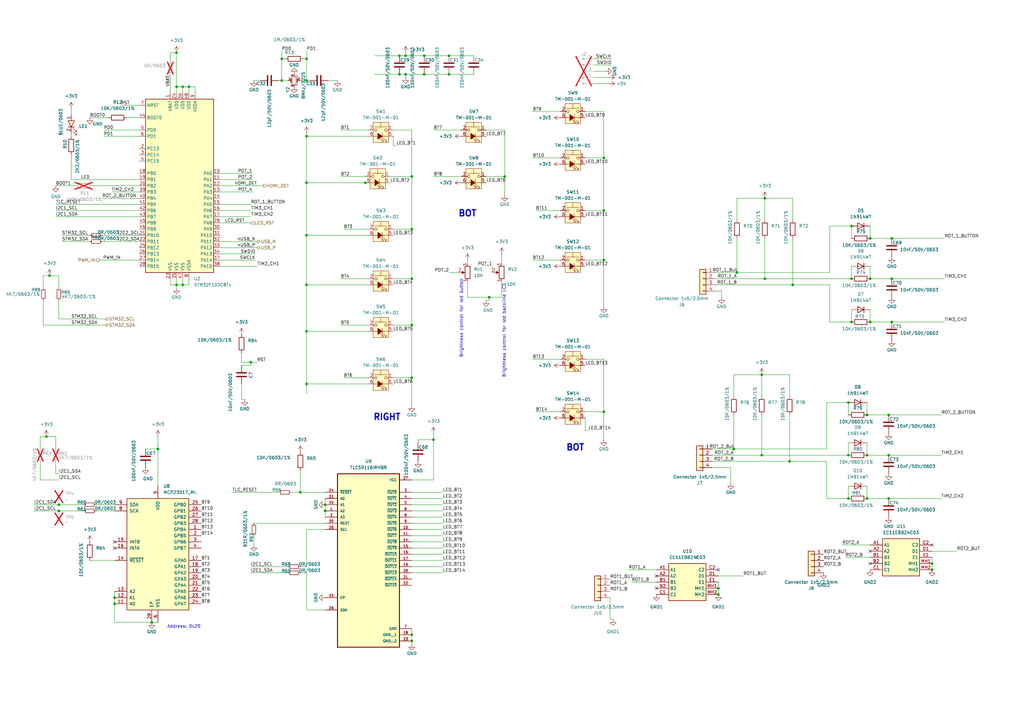
<source format=kicad_sch>
(kicad_sch (version 20231120) (generator "eeschema") (generator_version "8.0")
  (paper "A3")
  (junction (at 166.37 22.86))
  (junction (at 168.91 133.35))
  (junction (at 294.64 241.3))
  (junction (at 74.93 116.84))
  (junction (at 247.65 168.91))
  (junction (at 347.98 204.47))
  (junction (at 349.25 114.3))
  (junction (at 125.73 55.88))
  (junction (at 347.98 186.69))
  (junction (at 355.6 186.69))
  (junction (at 125.73 74.93))
  (junction (at 163.83 22.86))
  (junction (at 325.12 116.84))
  (junction (at 74.93 35.56))
  (junction (at 349.25 132.08))
  (junction (at 356.87 114.3))
  (junction (at 347.98 165.1))
  (junction (at 125.73 157.48))
  (junction (at 173.99 30.48))
  (junction (at 125.73 135.89))
  (junction (at 173.99 22.86))
  (junction (at 200.66 121.92))
  (junction (at 294.64 243.84))
  (junction (at 133.35 207.01))
  (junction (at 168.91 72.39))
  (junction (at 62.23 255.27))
  (junction (at 365.76 114.3))
  (junction (at 125.73 33.02))
  (junction (at 149.86 74.93))
  (junction (at 300.99 184.15))
  (junction (at 102.87 148.59))
  (junction (at 382.27 231.14))
  (junction (at 46.99 247.65))
  (junction (at 313.69 81.28))
  (junction (at 364.49 170.18))
  (junction (at 125.73 116.84))
  (junction (at 115.57 33.02))
  (junction (at 125.73 96.52))
  (junction (at 382.27 233.68))
  (junction (at 46.99 245.11))
  (junction (at 356.87 97.79))
  (junction (at 72.39 35.56))
  (junction (at 313.69 114.3))
  (junction (at 123.19 201.93))
  (junction (at 364.49 204.47))
  (junction (at 166.37 30.48))
  (junction (at 364.49 186.69))
  (junction (at 247.65 64.77))
  (junction (at 24.13 209.55))
  (junction (at 72.39 21.59))
  (junction (at 168.91 114.3))
  (junction (at 355.6 170.18))
  (junction (at 302.26 111.76))
  (junction (at 168.91 260.35))
  (junction (at 19.05 179.07))
  (junction (at 184.15 30.48))
  (junction (at 365.76 132.08))
  (junction (at 355.6 204.47))
  (junction (at 168.91 154.94))
  (junction (at 184.15 22.86))
  (junction (at 207.01 72.39))
  (junction (at 125.73 24.13))
  (junction (at 177.8 180.34))
  (junction (at 247.65 86.36))
  (junction (at 24.13 207.01))
  (junction (at 133.35 209.55))
  (junction (at 64.77 184.15))
  (junction (at 356.87 132.08))
  (junction (at 72.39 116.84))
  (junction (at 247.65 106.68))
  (junction (at 323.85 189.23))
  (junction (at 312.42 153.67))
  (junction (at 163.83 30.48))
  (junction (at 365.76 97.79))
  (junction (at 115.57 24.13))
  (junction (at 349.25 92.71))
  (junction (at 20.32 113.03))
  (junction (at 168.91 93.98))
  (junction (at 77.47 35.56))
  (junction (at 312.42 186.69))
  (junction (at 168.91 262.89))
  (no_connect (at 46.99 224.79))
  (no_connect (at 46.99 222.25))
  (no_connect (at 382.27 223.52))
  (no_connect (at 285.75 228.6))
  (no_connect (at 356.87 231.14))
  (no_connect (at 269.24 241.3))
  (no_connect (at 294.64 233.68))
  (no_connect (at 356.87 226.06))
  (no_connect (at 269.24 236.22))
  (wire (pts (xy 300.99 162.56) (xy 300.99 153.67)))
  (wire (pts (xy 29.21 44.45) (xy 29.21 46.99)))
  (wire (pts (xy 356.87 127) (xy 356.87 132.08)))
  (wire (pts (xy 243.84 31.75) (xy 249.555 31.75)))
  (wire (pts (xy 16.51 184.15) (xy 16.51 179.07)))
  (wire (pts (xy 295.91 119.38) (xy 295.91 121.92)))
  (wire (pts (xy 168.91 154.94) (xy 168.91 166.37)))
  (wire (pts (xy 346.71 228.6) (xy 356.87 228.6)))
  (wire (pts (xy 355.6 170.18) (xy 364.49 170.18)))
  (wire (pts (xy 247.65 86.36) (xy 240.03 86.36)))
  (wire (pts (xy 139.7 114.3) (xy 151.13 114.3)))
  (wire (pts (xy 168.91 217.17) (xy 181.61 217.17)))
  (wire (pts (xy 356.87 114.3) (xy 365.76 114.3)))
  (wire (pts (xy 161.29 133.35) (xy 168.91 133.35)))
  (wire (pts (xy 74.93 35.56) (xy 72.39 35.56)))
  (wire (pts (xy 312.42 186.69) (xy 347.98 186.69)))
  (wire (pts (xy 218.44 106.68) (xy 229.87 106.68)))
  (wire (pts (xy 295.91 119.38) (xy 293.37 119.38)))
  (wire (pts (xy 102.87 234.95) (xy 118.11 234.95)))
  (wire (pts (xy 72.39 114.3) (xy 72.39 116.84)))
  (wire (pts (xy 312.42 170.18) (xy 312.42 186.69)))
  (wire (pts (xy 199.39 123.19) (xy 200.66 123.19)))
  (wire (pts (xy 24.13 196.85) (xy 16.51 196.85)))
  (wire (pts (xy 207.01 53.34) (xy 207.01 72.39)))
  (wire (pts (xy 168.91 224.79) (xy 181.61 224.79)))
  (wire (pts (xy 168.91 72.39) (xy 168.91 93.98)))
  (wire (pts (xy 313.69 81.28) (xy 313.69 90.17)))
  (wire (pts (xy 205.74 121.92) (xy 205.74 115.57)))
  (wire (pts (xy 74.93 38.1) (xy 74.93 35.56)))
  (wire (pts (xy 77.47 114.3) (xy 77.47 116.84)))
  (wire (pts (xy 17.78 133.35) (xy 17.78 123.19)))
  (wire (pts (xy 247.65 64.77) (xy 247.65 86.36)))
  (wire (pts (xy 90.17 99.06) (xy 105.41 99.06)))
  (wire (pts (xy 166.37 30.48) (xy 173.99 30.48)))
  (wire (pts (xy 36.83 229.87) (xy 46.99 229.87)))
  (wire (pts (xy 104.14 33.02) (xy 106.68 33.02)))
  (wire (pts (xy 40.64 106.68) (xy 57.15 106.68)))
  (wire (pts (xy 38.1 76.2) (xy 57.15 76.2)))
  (wire (pts (xy 168.91 133.35) (xy 168.91 154.94)))
  (wire (pts (xy 247.65 106.68) (xy 247.65 125.73)))
  (wire (pts (xy 259.08 238.76) (xy 269.24 238.76)))
  (wire (pts (xy 133.35 209.55) (xy 133.35 212.09)))
  (wire (pts (xy 166.37 30.48) (xy 166.37 31.75)))
  (wire (pts (xy 219.71 86.36) (xy 229.87 86.36)))
  (wire (pts (xy 125.73 96.52) (xy 125.73 116.84)))
  (wire (pts (xy 300.99 184.15) (xy 339.09 184.15)))
  (wire (pts (xy 168.91 234.95) (xy 181.61 234.95)))
  (wire (pts (xy 36.83 48.26) (xy 44.45 48.26)))
  (wire (pts (xy 52.07 48.26) (xy 57.15 48.26)))
  (wire (pts (xy 200.66 121.92) (xy 205.74 121.92)))
  (wire (pts (xy 340.36 132.08) (xy 349.25 132.08)))
  (wire (pts (xy 90.17 101.6) (xy 105.41 101.6)))
  (wire (pts (xy 168.91 229.87) (xy 181.61 229.87)))
  (wire (pts (xy 24.13 118.11) (xy 24.13 113.03)))
  (wire (pts (xy 69.85 21.59) (xy 72.39 21.59)))
  (wire (pts (xy 125.73 74.93) (xy 125.73 96.52)))
  (wire (pts (xy 356.87 92.71) (xy 356.87 97.79)))
  (wire (pts (xy 125.73 55.88) (xy 151.13 55.88)))
  (wire (pts (xy 325.12 81.28) (xy 325.12 90.17)))
  (wire (pts (xy 123.19 232.41) (xy 125.73 232.41)))
  (wire (pts (xy 80.01 38.1) (xy 80.01 35.56)))
  (wire (pts (xy 168.91 154.94) (xy 161.29 154.94)))
  (wire (pts (xy 80.01 35.56) (xy 77.47 35.56)))
  (wire (pts (xy 240.03 64.77) (xy 247.65 64.77)))
  (wire (pts (xy 77.47 38.1) (xy 77.47 35.56)))
  (wire (pts (xy 125.73 234.95) (xy 125.73 250.19)))
  (wire (pts (xy 356.87 109.22) (xy 356.87 114.3)))
  (wire (pts (xy 24.13 207.01) (xy 34.29 207.01)))
  (wire (pts (xy 90.17 78.74) (xy 103.505 78.74)))
  (wire (pts (xy 292.1 186.69) (xy 312.42 186.69)))
  (wire (pts (xy 99.06 163.83) (xy 100.33 163.83)))
  (wire (pts (xy 200.66 123.19) (xy 200.66 121.92)))
  (wire (pts (xy 355.6 186.69) (xy 364.49 186.69)))
  (wire (pts (xy 69.85 30.48) (xy 69.85 38.1)))
  (wire (pts (xy 347.98 165.1) (xy 347.98 170.18)))
  (wire (pts (xy 365.76 132.08) (xy 387.35 132.08)))
  (wire (pts (xy 173.99 30.48) (xy 184.15 30.48)))
  (wire (pts (xy 161.29 114.3) (xy 168.91 114.3)))
  (wire (pts (xy 247.65 168.91) (xy 240.03 168.91)))
  (wire (pts (xy 243.84 26.67) (xy 250.825 26.67)))
  (wire (pts (xy 325.12 116.84) (xy 340.36 116.84)))
  (wire (pts (xy 184.15 22.86) (xy 194.31 22.86)))
  (wire (pts (xy 168.91 93.98) (xy 168.91 114.3)))
  (wire (pts (xy 177.8 180.34) (xy 177.8 196.85)))
  (wire (pts (xy 105.41 148.59) (xy 102.87 148.59)))
  (wire (pts (xy 247.65 147.32) (xy 247.65 168.91)))
  (wire (pts (xy 218.44 45.72) (xy 229.87 45.72)))
  (wire (pts (xy 302.26 97.79) (xy 302.26 111.76)))
  (wire (pts (xy 139.7 133.35) (xy 151.13 133.35)))
  (wire (pts (xy 163.83 30.48) (xy 166.37 30.48)))
  (wire (pts (xy 160.02 72.39) (xy 168.91 72.39)))
  (wire (pts (xy 46.99 245.11) (xy 46.99 247.65)))
  (wire (pts (xy 133.35 204.47) (xy 133.35 207.01)))
  (wire (pts (xy 29.21 54.61) (xy 29.21 55.88)))
  (wire (pts (xy 125.73 135.89) (xy 151.13 135.89)))
  (wire (pts (xy 382.27 226.06) (xy 392.43 226.06)))
  (wire (pts (xy 364.49 170.18) (xy 386.08 170.18)))
  (wire (pts (xy 171.45 181.61) (xy 171.45 180.34)))
  (wire (pts (xy 339.09 184.15) (xy 339.09 165.1)))
  (wire (pts (xy 123.19 33.02) (xy 125.73 33.02)))
  (wire (pts (xy 349.25 109.22) (xy 349.25 114.3)))
  (wire (pts (xy 46.99 247.65) (xy 46.99 255.27)))
  (wire (pts (xy 340.36 92.71) (xy 349.25 92.71)))
  (wire (pts (xy 168.91 257.81) (xy 168.91 260.35)))
  (wire (pts (xy 201.93 109.22) (xy 201.93 111.76)))
  (wire (pts (xy 382.27 231.14) (xy 382.27 233.68)))
  (wire (pts (xy 115.57 24.13) (xy 116.84 24.13)))
  (wire (pts (xy 365.76 97.79) (xy 387.35 97.79)))
  (wire (pts (xy 22.86 184.15) (xy 22.86 179.07)))
  (wire (pts (xy 292.1 189.23) (xy 323.85 189.23)))
  (wire (pts (xy 355.6 181.61) (xy 355.6 186.69)))
  (wire (pts (xy 257.81 233.68) (xy 269.24 233.68)))
  (wire (pts (xy 218.44 64.77) (xy 229.87 64.77)))
  (wire (pts (xy 345.44 223.52) (xy 356.87 223.52)))
  (wire (pts (xy 325.12 97.79) (xy 325.12 116.84)))
  (wire (pts (xy 13.97 209.55) (xy 24.13 209.55)))
  (wire (pts (xy 99.06 157.48) (xy 99.06 163.83)))
  (wire (pts (xy 90.17 73.66) (xy 103.505 73.66)))
  (wire (pts (xy 199.39 53.34) (xy 207.01 53.34)))
  (wire (pts (xy 199.39 72.39) (xy 207.01 72.39)))
  (wire (pts (xy 339.09 204.47) (xy 347.98 204.47)))
  (wire (pts (xy 16.51 196.85) (xy 16.51 189.23)))
  (wire (pts (xy 115.57 20.955) (xy 115.57 24.13)))
  (wire (pts (xy 77.47 116.84) (xy 74.93 116.84)))
  (wire (pts (xy 99.06 148.59) (xy 99.06 144.78)))
  (wire (pts (xy 191.77 115.57) (xy 191.77 121.92)))
  (wire (pts (xy 125.73 24.13) (xy 125.73 33.02)))
  (wire (pts (xy 72.39 35.56) (xy 72.39 38.1)))
  (wire (pts (xy 349.25 92.71) (xy 349.25 97.79)))
  (wire (pts (xy 90.17 106.68) (xy 104.775 106.68)))
  (wire (pts (xy 49.53 43.18) (xy 57.15 43.18)))
  (wire (pts (xy 168.91 214.63) (xy 181.61 214.63)))
  (wire (pts (xy 22.86 88.9) (xy 57.15 88.9)))
  (wire (pts (xy 25.4 99.06) (xy 36.83 99.06)))
  (wire (pts (xy 22.86 179.07) (xy 19.05 179.07)))
  (wire (pts (xy 114.3 33.02) (xy 115.57 33.02)))
  (wire (pts (xy 247.65 45.72) (xy 247.65 64.77)))
  (wire (pts (xy 339.09 165.1) (xy 347.98 165.1)))
  (wire (pts (xy 153.67 22.86) (xy 163.83 22.86)))
  (wire (pts (xy 125.73 116.84) (xy 125.73 135.89)))
  (wire (pts (xy 22.86 86.36) (xy 57.15 86.36)))
  (wire (pts (xy 161.29 55.88) (xy 161.29 59.69)))
  (wire (pts (xy 356.87 97.79) (xy 365.76 97.79)))
  (wire (pts (xy 69.85 114.3) (xy 69.85 116.84)))
  (wire (pts (xy 151.13 74.93) (xy 149.86 74.93)))
  (wire (pts (xy 125.73 96.52) (xy 151.13 96.52)))
  (wire (pts (xy 313.69 81.28) (xy 325.12 81.28)))
  (wire (pts (xy 294.64 238.76) (xy 294.64 241.3)))
  (wire (pts (xy 72.39 116.84) (xy 72.39 118.11)))
  (wire (pts (xy 133.35 207.01) (xy 133.35 209.55)))
  (wire (pts (xy 347.98 199.39) (xy 347.98 204.47)))
  (wire (pts (xy 90.17 83.82) (xy 102.87 83.82)))
  (wire (pts (xy 29.21 63.5) (xy 29.21 73.66)))
  (wire (pts (xy 177.8 177.8) (xy 177.8 180.34)))
  (wire (pts (xy 184.15 111.76) (xy 187.96 111.76)))
  (wire (pts (xy 16.51 179.07) (xy 19.05 179.07)))
  (wire (pts (xy 250.19 254) (xy 251.46 254)))
  (wire (pts (xy 69.85 116.84) (xy 72.39 116.84)))
  (wire (pts (xy 90.17 88.9) (xy 102.87 88.9)))
  (wire (pts (xy 104.14 214.63) (xy 133.35 214.63)))
  (wire (pts (xy 163.83 22.86) (xy 166.37 22.86)))
  (wire (pts (xy 104.14 223.52) (xy 104.14 219.71)))
  (wire (pts (xy 168.91 219.71) (xy 181.61 219.71)))
  (wire (pts (xy 339.09 189.23) (xy 339.09 204.47)))
  (wire (pts (xy 59.69 184.15) (xy 64.77 184.15)))
  (wire (pts (xy 243.84 24.13) (xy 250.825 24.13)))
  (wire (pts (xy 355.6 199.39) (xy 355.6 204.47)))
  (wire (pts (xy 240.03 45.72) (xy 247.65 45.72)))
  (wire (pts (xy 125.73 55.88) (xy 125.73 74.93)))
  (wire (pts (xy 312.42 153.67) (xy 312.42 162.56)))
  (wire (pts (xy 323.85 153.67) (xy 323.85 162.56)))
  (wire (pts (xy 41.91 96.52) (xy 57.15 96.52)))
  (wire (pts (xy 168.91 201.93) (xy 181.61 201.93)))
  (wire (pts (xy 302.26 90.17) (xy 302.26 81.28)))
  (wire (pts (xy 300.99 153.67) (xy 312.42 153.67)))
  (wire (pts (xy 42.545 55.88) (xy 57.15 55.88)))
  (wire (pts (xy 355.6 165.1) (xy 355.6 170.18)))
  (wire (pts (xy 300.99 170.18) (xy 300.99 184.15)))
  (wire (pts (xy 69.85 25.4) (xy 69.85 21.59)))
  (wire (pts (xy 45.72 78.74) (xy 57.15 78.74)))
  (wire (pts (xy 124.46 24.13) (xy 125.73 24.13)))
  (wire (pts (xy 293.37 114.3) (xy 313.69 114.3)))
  (wire (pts (xy 240.03 147.32) (xy 247.65 147.32)))
  (wire (pts (xy 161.29 53.34) (xy 168.91 53.34)))
  (wire (pts (xy 90.17 86.36) (xy 102.87 86.36)))
  (wire (pts (xy 139.7 72.39) (xy 149.86 72.39)))
  (wire (pts (xy 241.3 176.53) (xy 240.03 176.53)))
  (wire (pts (xy 365.76 114.3) (xy 387.35 114.3)))
  (wire (pts (xy 125.73 20.955) (xy 125.73 24.13)))
  (wire (pts (xy 24.13 113.03) (xy 20.32 113.03)))
  (wire (pts (xy 168.91 204.47) (xy 181.61 204.47)))
  (wire (pts (xy 72.39 21.59) (xy 72.39 35.56)))
  (wire (pts (xy 39.37 207.01) (xy 46.99 207.01)))
  (wire (pts (xy 95.25 201.93) (xy 114.3 201.93)))
  (wire (pts (xy 293.37 111.76) (xy 302.26 111.76)))
  (wire (pts (xy 74.93 114.3) (xy 74.93 116.84)))
  (wire (pts (xy 17.78 118.11) (xy 17.78 113.03)))
  (wire (pts (xy 356.87 132.08) (xy 365.76 132.08)))
  (wire (pts (xy 17.78 113.03) (xy 20.32 113.03)))
  (wire (pts (xy 292.1 184.15) (xy 300.99 184.15)))
  (wire (pts (xy 166.37 21.59) (xy 166.37 22.86)))
  (wire (pts (xy 161.29 59.69) (xy 162.56 59.69)))
  (wire (pts (xy 168.91 53.34) (xy 168.91 72.39)))
  (wire (pts (xy 292.1 191.77) (xy 299.72 191.77)))
  (wire (pts (xy 102.87 148.59) (xy 102.87 149.86)))
  (wire (pts (xy 177.8 72.39) (xy 189.23 72.39)))
  (wire (pts (xy 125.73 157.48) (xy 151.13 157.48)))
  (wire (pts (xy 133.35 201.93) (xy 123.19 201.93)))
  (wire (pts (xy 105.41 109.22) (xy 90.17 109.22)))
  (wire (pts (xy 168.91 227.33) (xy 181.61 227.33)))
  (wire (pts (xy 153.67 30.48) (xy 163.83 30.48)))
  (wire (pts (xy 22.86 83.82) (xy 57.15 83.82)))
  (wire (pts (xy 173.99 22.86) (xy 184.15 22.86)))
  (wire (pts (xy 134.62 33.02) (xy 138.43 33.02)))
  (wire (pts (xy 24.13 130.81) (xy 24.13 123.19)))
  (wire (pts (xy 168.91 114.3) (xy 168.91 133.35)))
  (wire (pts (xy 207.01 72.39) (xy 207.01 80.01)))
  (wire (pts (xy 219.71 168.91) (xy 229.87 168.91)))
  (wire (pts (xy 24.13 194.31) (xy 22.86 194.31)))
  (wire (pts (xy 46.99 242.57) (xy 46.99 245.11)))
  (wire (pts (xy 125.73 217.17) (xy 133.35 217.17)))
  (wire (pts (xy 177.8 53.34) (xy 189.23 53.34)))
  (wire (pts (xy 64.77 179.07) (xy 64.77 184.15)))
  (wire (pts (xy 240.03 176.53) (xy 240.03 171.45)))
  (wire (pts (xy 355.6 204.47) (xy 364.49 204.47)))
  (wire (pts (xy 243.84 29.21) (xy 248.285 29.21)))
  (wire (pts (xy 382.27 228.6) (xy 382.27 231.14)))
  (wire (pts (xy 140.97 154.94) (xy 151.13 154.94)))
  (wire (pts (xy 41.91 81.28) (xy 57.15 81.28)))
  (wire (pts (xy 323.85 189.23) (xy 339.09 189.23)))
  (wire (pts (xy 39.37 209.55) (xy 46.99 209.55)))
  (wire (pts (xy 119.38 201.93) (xy 123.19 201.93)))
  (wire (pts (xy 77.47 35.56) (xy 74.93 35.56)))
  (wire (pts (xy 42.545 53.34) (xy 57.15 53.34)))
  (wire (pts (xy 168.91 262.89) (xy 168.91 264.16)))
  (wire (pts (xy 240.03 106.68) (xy 247.65 106.68)))
  (wire (pts (xy 168.91 207.01) (xy 181.61 207.01)))
  (wire (pts (xy 90.17 71.12) (xy 103.505 71.12)))
  (wire (pts (xy 313.69 97.79) (xy 313.69 114.3)))
  (wire (pts (xy 168.91 260.35) (xy 168.91 262.89)))
  (wire (pts (xy 125.73 116.84) (xy 151.13 116.84)))
  (wire (pts (xy 123.19 234.95) (xy 125.73 234.95)))
  (wire (pts (xy 25.4 96.52) (xy 36.83 96.52)))
  (wire (pts (xy 302.26 81.28) (xy 313.69 81.28)))
  (wire (pts (xy 139.7 53.34) (xy 151.13 53.34)))
  (wire (pts (xy 168.91 222.25) (xy 181.61 222.25)))
  (wire (pts (xy 140.97 93.98) (xy 151.13 93.98)))
  (wire (pts (xy 64.77 255.27) (xy 62.23 255.27)))
  (wire (pts (xy 90.17 104.14) (xy 104.775 104.14)))
  (wire (pts (xy 115.57 33.02) (xy 118.11 33.02)))
  (wire (pts (xy 41.91 99.06) (xy 57.15 99.06)))
  (wire (pts (xy 125.73 54.61) (xy 125.73 55.88)))
  (wire (pts (xy 125.73 157.48) (xy 125.73 161.29)))
  (wire (pts (xy 294.64 236.22) (xy 304.8 236.22)))
  (wire (pts (xy 340.36 111.76) (xy 340.36 92.71)))
  (wire (pts (xy 90.17 76.2) (xy 107.95 76.2)))
  (wire (pts (xy 125.73 135.89) (xy 125.73 157.48)))
  (wire (pts (xy 125.73 33.02) (xy 127 33.02)))
  (wire (pts (xy 64.77 184.15) (xy 64.77 199.39)))
  (wire (pts (xy 17.78 133.35) (xy 43.18 133.35)))
  (wire (pts (xy 293.37 116.84) (xy 325.12 116.84)))
  (wire (pts (xy 102.87 148.59) (xy 99.06 148.59)))
  (wire (pts (xy 168.91 196.85) (xy 177.8 196.85)))
  (wire (pts (xy 243.84 34.29) (xy 249.555 34.29)))
  (wire (pts (xy 294.64 241.3) (xy 294.64 243.84)))
  (wire (pts (xy 115.57 24.13) (xy 115.57 33.02)))
  (wire (pts (xy 340.36 116.84) (xy 340.36 132.08)))
  (wire (pts (xy 24.13 209.55) (xy 34.29 209.55)))
  (wire (pts (xy 184.15 30.48) (xy 194.31 30.48)))
  (wire (pts (xy 313.69 114.3) (xy 349.25 114.3)))
  (wire (pts (xy 171.45 180.34) (xy 177.8 180.34)))
  (wire (pts (xy 22.86 194.31) (xy 22.86 189.23)))
  (wire (pts (xy 218.44 147.32) (xy 229.87 147.32)))
  (wire (pts (xy 299.72 191.77) (xy 299.72 198.12)))
  (wire (pts (xy 166.37 22.86) (xy 173.99 22.86)))
  (wire (pts (xy 74.93 116.84) (xy 72.39 116.84)))
  (wire (pts (xy 102.87 232.41) (xy 118.11 232.41)))
  (wire (pts (xy 250.19 245.11) (xy 250.19 254)))
  (wire (pts (xy 349.25 127) (xy 349.25 132.08)))
  (wire (pts (xy 168.91 232.41) (xy 181.61 232.41)))
  (wire (pts (xy 123.19 193.04) (xy 123.19 201.93)))
  (wire (pts (xy 191.77 121.92) (xy 200.66 121.92)))
  (wire (pts (xy 22.86 76.2) (xy 30.48 76.2)))
  (wire (pts (xy 168.91 209.55) (xy 181.61 209.55)))
  (wire (pts (xy 323.85 170.18) (xy 323.85 189.23)))
  (wire (pts (xy 13.97 207.01) (xy 24.13 207.01)))
  (wire (pts (xy 168.91 93.98) (xy 161.29 93.98)))
  (wire (pts (xy 247.65 86.36) (xy 247.65 106.68)))
  (wire (pts (xy 302.26 111.76) (xy 340.36 111.76)))
  (wire (pts (xy 125.73 74.93) (xy 149.86 74.93)))
  (wire (pts (xy 125.73 250.19) (xy 133.35 250.19)))
  (wire (pts (xy 247.65 168.91) (xy 247.65 180.34)))
  (wire (pts (xy 205.74 104.14) (xy 205.74 107.95)))
  (wire (pts (xy 312.42 153.67) (xy 323.85 153.67)))
  (wire (pts (xy 364.49 204.47) (xy 386.08 204.47)))
  (wire (pts (xy 168.91 212.09) (xy 181.61 212.09)))
  (wire (pts (xy 102.87 149.86) (xy 99.06 149.86)))
  (wire (pts (xy 62.23 255.27) (xy 46.99 255.27)))
  (wire (pts (xy 191.77 107.95) (xy 191.77 106.68)))
  (wire (pts (xy 24.13 130.81) (xy 43.18 130.81)))
  (wire (pts (xy 29.21 73.66) (xy 57.15 73.66)))
  (wire (pts (xy 364.49 186.69) (xy 386.08 186.69)))
  (wire (pts (xy 90.17 91.44) (xy 102.87 91.44)))
  (wire (pts (xy 125.73 232.41) (xy 125.73 217.17)))
  (wire (pts (xy 347.98 181.61) (xy 347.98 186.69)))
  (text "Brightness control for led backline LCD" (at 206.756 135.636 90) (effects (font (size 1.27 1.27))))
  (text "Brightness control for led button" (at 189.23 130.556 90) (effects (font (size 1.27 1.27))))
  (text "BOT\n" (at 191.77 87.63 0) (effects (font (size 2.54 2.54) (thickness 0.508) (bold yes))))
  (text "RIGHT" (at 158.75 171.196 0) (effects (font (size 2.54 2.54) (thickness 0.508) (bold yes))))
  (text "Address: 0x20" (at 75.438 257.048 0) (effects (font (size 1.27 1.27))))
  (text "BOT\n" (at 235.966 183.642 0) (effects (font (size 2.54 2.54) (thickness 0.508) (bold yes))))
  (label "HDMI_DET" (at 105.41 76.2 180))
  (label "BT12" (at 82.55 214.63 0))
  (label "LED_BT9" (at 181.61 222.25 0))
  (label "ROT2_A" (at 337.82 229.87 0))
  (label "LED" (at 36.83 73.66 180))
  (label "I2C2_SCL" (at 48.26 96.52 0))
  (label "ROT1_BUT" (at 304.8 236.22 0))
  (label "TIM3_CH2" (at 102.87 88.9 0))
  (label "BT2" (at 82.55 232.41 0))
  (label "PWM_IN" (at 49.53 106.68 180))
  (label "TIM2_CH2" (at 386.08 204.47 0))
  (label "LED_BT5" (at 161.29 135.89 0))
  (label "BT9" (at 82.55 207.01 0))
  (label "LED_BT11" (at 181.61 227.33 0))
  (label "LED_BT6" (at 161.29 157.48 0))
  (label "LED_BT7" (at 181.61 217.17 0))
  (label "LED_BT1" (at 162.56 59.69 0))
  (label "BT7" (at 82.55 245.11 0))
  (label "LCD_RST" (at 100.33 91.44 180))
  (label "ROT2_A" (at 345.44 223.52 0))
  (label "I2C1_SDA" (at 102.87 234.95 0))
  (label "STM32_SDA" (at 25.4 99.06 0))
  (label "BT11" (at 219.71 86.36 0))
  (label "BT4" (at 82.55 237.49 0))
  (label "BT1" (at 139.7 53.34 0))
  (label "LED_BT8" (at 181.61 219.71 0))
  (label "LED_BT4" (at 181.61 209.55 0))
  (label "PD0" (at 115.57 20.955 0))
  (label "ROT_2_BUTTON" (at 41.91 81.28 0))
  (label "LED_BT4" (at 161.29 116.84 0))
  (label "LED_BT12" (at 181.61 229.87 0))
  (label "STM32_SDA" (at 29.21 133.35 0))
  (label "PD1" (at 42.545 55.88 0))
  (label "ROT_2_But" (at 300.99 184.15 180))
  (label "RST" (at 49.53 43.18 0))
  (label "ROT_1_BUTTON" (at 387.35 97.79 0))
  (label "BT1" (at 82.55 229.87 0))
  (label "I2C1_SDA" (at 22.86 88.9 0))
  (label "TLC_RESET" (at 95.25 201.93 0))
  (label "SWCLK" (at 104.775 106.68 180))
  (label "TIM3_CH1" (at 102.87 86.36 0))
  (label "ROT1_A" (at 250.19 240.03 0))
  (label "ROT1_B" (at 250.19 242.57 0))
  (label "LED_BT13" (at 240.03 149.86 0))
  (label "BT14" (at 219.71 168.91 0))
  (label "LED_BT1" (at 181.61 201.93 0))
  (label "ROT2_BUT" (at 337.82 227.33 0))
  (label "LED_BT7" (at 199.39 55.88 0))
  (label "ROT_2_A" (at 300.99 186.69 180))
  (label "ROT1_B" (at 259.08 238.76 0))
  (label "PD0" (at 42.545 53.34 0))
  (label "ROT1_BUT" (at 250.19 237.49 0))
  (label "TIM2_CH1" (at 386.08 186.69 0))
  (label "SWCLK" (at 250.825 24.13 180))
  (label "BT13" (at 218.44 147.32 0))
  (label "I2C1_SDA" (at 24.13 194.31 0))
  (label "LED_BT13" (at 181.61 232.41 0))
  (label "nUSB_P" (at 104.775 101.6 180))
  (label "LED_BT9" (at 240.03 48.26 0))
  (label "BT6" (at 82.55 242.57 0))
  (label "BT9" (at 218.44 45.72 0))
  (label "ROT_1_But" (at 302.26 111.76 180))
  (label "ROT_2_B" (at 300.99 189.23 180))
  (label "ROT2_B" (at 337.82 232.41 0))
  (label "ROT_1_BUTTON" (at 102.87 83.82 0))
  (label "nUSB_N" (at 104.775 99.06 180))
  (label "LED_BT5" (at 181.61 212.09 0))
  (label "BOOT1" (at 22.86 76.2 0))
  (label "TIM2_CH2" (at 45.72 78.74 0))
  (label "ROT_1_B" (at 302.26 116.84 180))
  (label "BT10" (at 82.55 209.55 0))
  (label "POT_2" (at 184.15 111.76 180))
  (label "TIM2_CH1" (at 105.41 109.22 0))
  (label "LED_BT2" (at 181.61 204.47 0))
  (label "TIM3_CH2" (at 387.35 132.08 0))
  (label "ROT_2_BUTTON" (at 386.08 170.18 0))
  (label "LED_BT10" (at 181.61 224.79 0))
  (label "BT8" (at 82.55 247.65 0))
  (label "LED_BT14" (at 181.61 234.95 0))
  (label "BT14" (at 82.55 219.71 0))
  (label "BT7" (at 177.8 53.34 0))
  (label "I2C1_SCL" (at 22.86 86.36 0))
  (label "POT_2" (at 103.505 73.66 180))
  (label "BT11" (at 82.55 212.09 0))
  (label "LED_BT6" (at 181.61 214.63 0))
  (label "SWDIO" (at 250.825 26.67 180))
  (label "ROT2_BUT" (at 392.43 226.06 0))
  (label "RST" (at 105.41 148.59 0))
  (label "BT5" (at 139.7 133.35 0))
  (label "BT3" (at 140.97 93.98 0))
  (label "I2C1_SCL" (at 24.13 196.85 0))
  (label "SWDIO" (at 104.775 104.14 180))
  (label "BOOT0" (at 36.83 48.26 0))
  (label "LED_BT10" (at 240.03 67.31 0))
  (label "I2C1_SDA" (at 13.97 207.01 0))
  (label "BT3" (at 82.55 234.95 0))
  (label "BT8" (at 177.8 72.39 0))
  (label "LED_BT3" (at 161.29 96.52 0))
  (label "BT10" (at 218.44 64.77 0))
  (label "STM32_SCL" (at 25.4 96.52 0))
  (label "BT6" (at 140.97 154.94 0))
  (label "POT_1" (at 201.93 109.22 180))
  (label "LED_BT11" (at 240.03 88.9 0))
  (label "TLC_RESET" (at 22.86 83.82 0))
  (label "POT_1" (at 103.505 71.12 180))
  (label "BT13" (at 82.55 217.17 0))
  (label "BT5" (at 82.55 240.03 0))
  (label "POT_4" (at 103.505 78.74 180))
  (label "BT4" (at 139.7 114.3 0))
  (label "BT12" (at 218.44 106.68 0))
  (label "BT2" (at 139.7 72.39 0))
  (label "ROT2_B" (at 346.71 228.6 0))
  (label "I2C2_SDA" (at 48.26 99.06 0))
  (label "VBAT" (at 69.85 35.56 90))
  (label "I2C1_SCL" (at 102.87 232.41 0))
  (label "LED_BT3" (at 181.61 207.01 0))
  (label "LED_BT8" (at 199.39 74.93 0))
  (label "TIM3_CH1" (at 387.35 114.3 0))
  (label "ROT1_A" (at 257.81 233.68 0))
  (label "LED_BT14" (at 241.3 176.53 0))
  (label "LED_BT2" (at 160.02 74.93 0))
  (label "PD1" (at 125.73 20.955 0))
  (label "STM32_SCL" (at 29.21 130.81 0))
  (label "I2C1_SCL" (at 13.97 209.55 0))
  (label "ROT_1_A" (at 302.26 114.3 180))
  (label "LED_BT12" (at 240.03 109.22 0))
  (hierarchical_label "STM32_SDA" (shape bidirectional) (at 43.18 133.35 0))
  (hierarchical_label "PWM_IN" (shape output) (at 40.64 106.68 180))
  (hierarchical_label "STM32_SCL" (shape bidirectional) (at 43.18 130.81 0))
  (hierarchical_label "USB_P" (shape bidirectional) (at 105.41 101.6 0))
  (hierarchical_label "HDMI_DET" (shape output) (at 107.95 76.2 0))
  (hierarchical_label "LCD_RST" (shape input) (at 102.87 91.44 0))
  (hierarchical_label "USB_N" (shape bidirectional) (at 105.41 99.06 0))
  (symbol (lib_id "power:+3V3") (at 229.87 48.26 90) (unit 1)
    (property "Reference" "#PWR0114" (effects (hide yes)))
    (property "Value" "+3V3" (at 226.06 48.2599 90) (effects (justify left)))
    (property "Description" "Power symbol creates a global label with name \"+3V3\"" (effects (hide yes)))
  )
  (symbol (lib_id "power:GND2") (at 337.82 234.95 0) (unit 1)
    (property "Reference" "#PWR0134" (effects (hide yes)))
    (property "Value" "GND2" (at 337.82 240.03 0))
    (property "Description" "Power symbol creates a global label with name \"GND2\" , ground" (effects (hide yes)))
  )
  (symbol (lib_id "power:GND") (at 207.01 80.01 0) (unit 1)
    (property "Reference" "#PWR099" (effects (hide yes)))
    (property "Value" "GND" (at 207.01 83.82 0))
  )
  (symbol (lib_id "USBCtoMIPI:SW_Push_LED") (at 154.94 74.93 0) (mirror y) (unit 1)
    (property "Reference" "SW2" (at 154.94 64.77 0))
    (property "Value" "TM-001-M-01" (at 154.94 67.31 0))
    (property "Footprint" "USBToMIPI:SW_Push_LED" (effects (hide yes)))
    (property "Description" "Push button switch with LED, generic" (effects (hide yes)))
    (property "JLCPCB" "C692524" (effects (hide yes)))
  )
  (symbol (lib_id "Device:C") (at 110.49 33.02 270) (unit 1)
    (property "Reference" "C32" (at 105.156 34.29 90) (effects (justify left)))
    (property "Value" "12pF/50V/0603" (at 110.49 36.576 0) (effects (justify left)))
    (property "Footprint" "Capacitor_SMD:C_0603_1608Metric" (effects (hide yes)))
    (property "Description" "Unpolarized capacitor" (effects (hide yes)))
    (property "JLCPCB" "C107034" (effects (hide yes)))
  )
  (symbol (lib_id "Device:R") (at 351.79 186.69 270) (unit 1)
    (property "Reference" "R80" (at 353.822 184.15 90) (effects (justify right)))
    (property "Value" "10K/0603/1%" (at 358.14 189.484 90) (effects (justify right)))
    (property "Footprint" "Resistor_SMD:R_0603_1608Metric" (effects (hide yes)))
    (property "Description" "Resistor" (effects (hide yes)))
    (property "JLCPCB" "C2906982" (effects (hide yes)))
  )
  (symbol (lib_id "power:+3V3") (at 229.87 149.86 90) (unit 1)
    (property "Reference" "#PWR0127" (effects (hide yes)))
    (property "Value" "+3V3" (at 226.06 149.8599 90) (effects (justify left)))
    (property "Description" "Power symbol creates a global label with name \"+3V3\"" (effects (hide yes)))
  )
  (symbol (lib_id "Device:C") (at 171.45 185.42 0) (unit 1)
    (property "Reference" "C68" (at 171.704 183.388 0) (effects (justify left)))
    (property "Value" "100nF/50V/0603" (at 166.624 195.072 90) (effects (justify left)))
    (property "Footprint" "Capacitor_SMD:C_0603_1608Metric" (effects (hide yes)))
    (property "Description" "Unpolarized capacitor" (effects (hide yes)))
    (property "JLCPCB" "C6119867" (effects (hide yes)))
  )
  (symbol (lib_id "power:+3V3") (at 72.39 21.59 0) (unit 1)
    (property "Reference" "#PWR012" (effects (hide yes)))
    (property "Value" "+3V3" (at 72.39 16.51 0))
    (property "Description" "Power symbol creates a global label with name \"+3V3\"" (effects (hide yes)))
  )
  (symbol (lib_id "USBCtoMIPI:SW_Push_LED") (at 156.21 157.48 0) (mirror y) (unit 1)
    (property "Reference" "SW6" (at 156.21 147.32 0))
    (property "Value" "TM-001-M-01" (at 156.21 149.86 0))
    (property "Footprint" "USBToMIPI:SW_Push_LED" (effects (hide yes)))
    (property "Description" "Push button switch with LED, generic" (effects (hide yes)))
    (property "JLCPCB" "C692524" (effects (hide yes)))
  )
  (symbol (lib_id "USBCtoMIPI:SW_Push_LED") (at 234.95 109.22 0) (mirror y) (unit 1)
    (property "Reference" "SW12" (at 234.95 99.06 0))
    (property "Value" "TM-001-M-01" (at 234.95 101.6 0))
    (property "Footprint" "USBToMIPI:SW_Push_LED" (effects (hide yes)))
    (property "Description" "Push button switch with LED, generic" (effects (hide yes)))
    (property "JLCPCB" "C692524" (effects (hide yes)))
  )
  (symbol (lib_id "Device:R_Small") (at 22.86 186.69 0) (unit 1) (dnp yes)
    (property "Reference" "R62" (at 25.654 185.928 0))
    (property "Value" "4K7/0603/1%" (at 30.988 187.706 0))
    (property "Footprint" "Resistor_SMD:R_0603_1608Metric" (effects (hide yes)))
    (property "Description" "Resistor, small symbol" (effects (hide yes)))
    (property "JLCPCB" "C99782" (effects (hide yes)))
  )
  (symbol (lib_id "power:GND") (at 299.72 198.12 0) (mirror y) (unit 1)
    (property "Reference" "#PWR0124" (effects (hide yes)))
    (property "Value" "GND" (at 299.72 201.93 0))
  )
  (symbol (lib_id "Device:R") (at 48.26 48.26 90) (unit 1)
    (property "Reference" "R12" (at 48.26 41.91 90))
    (property "Value" "10K/0603/1%" (at 48.26 44.45 90))
    (property "Footprint" "Resistor_SMD:R_0603_1608Metric" (effects (hide yes)))
    (property "Description" "Resistor" (effects (hide yes)))
    (property "JLCPCB" "C2906982" (effects (hide yes)))
  )
  (symbol (lib_id "power:GND1") (at 269.24 243.84 0) (unit 1)
    (property "Reference" "#PWR0133" (effects (hide yes)))
    (property "Value" "GND1" (at 269.24 248.92 0))
    (property "Description" "Power symbol creates a global label with name \"GND1\" , ground" (effects (hide yes)))
  )
  (symbol (lib_id "power:+3V3") (at 313.69 81.28 0) (unit 1)
    (property "Reference" "#PWR0116" (effects (hide yes)))
    (property "Value" "+3V3" (at 313.69 76.2 0))
    (property "Description" "Power symbol creates a global label with name \"+3V3\"" (effects (hide yes)))
  )
  (symbol (lib_id "power:GND") (at 295.91 121.92 0) (mirror y) (unit 1)
    (property "Reference" "#PWR0115" (effects (hide yes)))
    (property "Value" "GND" (at 295.91 125.73 0))
  )
  (symbol (lib_id "Diode:1N914WT") (at 351.79 181.61 180) (unit 1)
    (property "Reference" "D9" (at 351.79 175.26 0))
    (property "Value" "1N914WT" (at 351.79 177.8 0))
    (property "Footprint" "Diode_SMD:D_SOD-523" (effects (hide yes)))
    (property "Datasheet" "http://www.mouser.com/ds/2/149/1N4148WT-461550.pdf" (effects (hide yes)))
    (property "Description" "75V 0.15A Fast switching Diode, SOD-523" (effects (hide yes)))
    (property "Sim.Device" "D" (effects (hide yes)))
    (property "Sim.Pins" "1=K 2=A" (effects (hide yes)))
    (property "JLCPCB" "C2836064" (effects (hide yes)))
  )
  (symbol (lib_id "power:GND") (at 364.49 177.8 0) (mirror y) (unit 1)
    (property "Reference" "#PWR0121" (effects (hide yes)))
    (property "Value" "GND" (at 364.49 181.61 0))
  )
  (symbol (lib_id "Device:R_Small") (at 39.37 96.52 90) (unit 1)
    (property "Reference" "R82" (effects (hide yes)))
    (property "Value" "0R/0603" (at 44.45 95.25 90))
    (property "Footprint" "Resistor_SMD:R_0603_1608Metric" (effects (hide yes)))
    (property "Description" "Resistor, small symbol" (effects (hide yes)))
    (property "JLCPCB" "C21189" (effects (hide yes)))
  )
  (symbol (lib_id "Device:C") (at 130.81 33.02 270) (unit 1)
    (property "Reference" "C33" (at 125.476 34.29 90) (effects (justify left)))
    (property "Value" "12pF/50V/0603" (at 132.588 34.036 0) (effects (justify left)))
    (property "Footprint" "Capacitor_SMD:C_0603_1608Metric" (effects (hide yes)))
    (property "Description" "Unpolarized capacitor" (effects (hide yes)))
    (property "JLCPCB" "C107034" (effects (hide yes)))
  )
  (symbol (lib_id "Device:R_Small") (at 36.83 209.55 90) (unit 1)
    (property "Reference" "R61" (at 33.528 208.788 90))
    (property "Value" "0R/0603" (at 43.18 208.534 90))
    (property "Footprint" "Resistor_SMD:R_0603_1608Metric" (effects (hide yes)))
    (property "Description" "Resistor, small symbol" (effects (hide yes)))
    (property "JLCPCB" "C21189" (effects (hide yes)))
  )
  (symbol (lib_id "Connector:TestPoint") (at 24.13 207.01 0) (unit 1) (dnp yes)
    (property "Reference" "TP4" (at 26.67 202.4379 0) (effects (justify left)))
    (property "Value" "~" (at 26.67 204.9779 0) (effects (justify left)))
    (property "Footprint" "TestPoint:TestPoint_Pad_D1.0mm" (effects (hide yes)))
    (property "Description" "test point" (effects (hide yes)))
  )
  (symbol (lib_id "power:GND") (at 364.49 194.31 0) (mirror y) (unit 1)
    (property "Reference" "#PWR0122" (effects (hide yes)))
    (property "Value" "GND" (at 364.49 198.12 0))
  )
  (symbol (lib_id "Connector_Generic:Conn_01x04") (at 287.02 186.69 0) (mirror y) (unit 1)
    (property "Reference" "J7" (at 287.02 198.12 0))
    (property "Value" "Connector 1x5/2.5mm" (at 287.02 195.58 0))
    (property "Footprint" "Connector_JST:JST_EH_B4B-EH-A_1x04_P2.50mm_Vertical" (effects (hide yes)))
    (property "Description" "Generic connector, single row, 01x04, script generated (kicad-library-utils/schlib/autogen/connector/)" (effects (hide yes)))
    (property "JLCPCB" "C7429635" (effects (hide yes)))
  )
  (symbol (lib_id "Interface_Expansion:MCP23017_ML") (at 64.77 227.33 0) (unit 1)
    (property "Reference" "U8" (at 66.9641 199.39 0) (effects (justify left)))
    (property "Value" "MCP23017_ML" (at 66.9641 201.93 0) (effects (justify left)))
    (property "Footprint" "Package_DFN_QFN:QFN-28-1EP_6x6mm_P0.65mm_EP4.25x4.25mm" (effects (hide yes)))
    (property "Datasheet" "http://ww1.microchip.com/downloads/en/DeviceDoc/20001952C.pdf" (effects (hide yes)))
    (property "Description" "16-bit I/O expander, I2C, interrupts, w pull-ups, QFN-28" (effects (hide yes)))
    (property "JLCPCB" "C629439" (effects (hide yes)))
  )
  (symbol (lib_id "Device:R_Small") (at 36.83 207.01 90) (unit 1)
    (property "Reference" "R60" (at 33.528 205.994 90))
    (property "Value" "0R/0603" (at 43.18 205.994 90))
    (property "Footprint" "Resistor_SMD:R_0603_1608Metric" (effects (hide yes)))
    (property "Description" "Resistor, small symbol" (effects (hide yes)))
    (property "JLCPCB" "C21189" (effects (hide yes)))
  )
  (symbol (lib_id "Device:C") (at 364.49 173.99 0) (unit 1)
    (property "Reference" "C72" (at 364.744 171.958 0) (effects (justify left)))
    (property "Value" "10nF/50V/0603" (at 367.792 174.752 0) (effects (justify left)))
    (property "Footprint" "Capacitor_SMD:C_0603_1608Metric" (effects (hide yes)))
    (property "Description" "Unpolarized capacitor" (effects (hide yes)))
    (property "JLCPCB" "C57112" (effects (hide yes)))
  )
  (symbol (lib_id "power:GND") (at 59.69 191.77 0) (unit 1)
    (property "Reference" "#PWR0102" (effects (hide yes)))
    (property "Value" "GND" (at 60.706 196.342 0))
  )
  (symbol (lib_id "Diode:1N914WT") (at 351.79 165.1 180) (unit 1)
    (property "Reference" "D8" (at 351.79 158.75 0))
    (property "Value" "1N914WT" (at 351.79 161.29 0))
    (property "Footprint" "Diode_SMD:D_SOD-523" (effects (hide yes)))
    (property "Datasheet" "http://www.mouser.com/ds/2/149/1N4148WT-461550.pdf" (effects (hide yes)))
    (property "Description" "75V 0.15A Fast switching Diode, SOD-523" (effects (hide yes)))
    (property "Sim.Device" "D" (effects (hide yes)))
    (property "Sim.Pins" "1=K 2=A" (effects (hide yes)))
    (property "JLCPCB" "C2836064" (effects (hide yes)))
  )
  (symbol (lib_id "power:+3V3") (at 99.06 137.16 0) (unit 1)
    (property "Reference" "#PWR054" (effects (hide yes)))
    (property "Value" "+3V3" (at 99.06 132.08 0))
    (property "Description" "Power symbol creates a global label with name \"+3V3\"" (effects (hide yes)))
  )
  (symbol (lib_id "Device:C") (at 184.15 26.67 0) (unit 1)
    (property "Reference" "C31" (at 184.404 24.638 0) (effects (justify left)))
    (property "Value" "100nF/50V/0603" (at 179.324 36.322 90) (effects (justify left)))
    (property "Footprint" "Capacitor_SMD:C_0603_1608Metric" (effects (hide yes)))
    (property "Description" "Unpolarized capacitor" (effects (hide yes)))
    (property "JLCPCB" "C6119867" (effects (hide yes)))
  )
  (symbol (lib_id "USBCtoMIPI:SW_Push_LED") (at 234.95 48.26 0) (mirror y) (unit 1)
    (property "Reference" "SW9" (at 234.95 38.1 0))
    (property "Value" "TM-001-M-01" (at 234.95 40.64 0))
    (property "Footprint" "USBToMIPI:SW_Push_LED" (effects (hide yes)))
    (property "Description" "Push button switch with LED, generic" (effects (hide yes)))
    (property "JLCPCB" "C692524" (effects (hide yes)))
  )
  (symbol (lib_id "power:GND") (at 104.14 223.52 0) (unit 1)
    (property "Reference" "#PWR0107" (effects (hide yes)))
    (property "Value" "GND" (at 104.14 227.33 0))
  )
  (symbol (lib_id "power:GND") (at 133.35 207.01 270) (unit 1)
    (property "Reference" "#PWR0106" (effects (hide yes)))
    (property "Value" "GND" (at 129.54 207.01 0))
  )
  (symbol (lib_id "Device:C") (at 364.49 190.5 0) (unit 1)
    (property "Reference" "C73" (at 364.744 188.468 0) (effects (justify left)))
    (property "Value" "10nF/50V/0603" (at 367.792 191.262 0) (effects (justify left)))
    (property "Footprint" "Capacitor_SMD:C_0603_1608Metric" (effects (hide yes)))
    (property "Description" "Unpolarized capacitor" (effects (hide yes)))
    (property "JLCPCB" "C57112" (effects (hide yes)))
  )
  (symbol (lib_id "Device:C") (at 163.83 26.67 0) (unit 1)
    (property "Reference" "C29" (at 164.084 24.638 0) (effects (justify left)))
    (property "Value" "100nF/50V/0603" (at 159.004 36.322 90) (effects (justify left)))
    (property "Footprint" "Capacitor_SMD:C_0603_1608Metric" (effects (hide yes)))
    (property "Description" "Unpolarized capacitor" (effects (hide yes)))
    (property "JLCPCB" "C6119867" (effects (hide yes)))
  )
  (symbol (lib_id "power:+3V3") (at 229.87 88.9 90) (unit 1)
    (property "Reference" "#PWR0126" (effects (hide yes)))
    (property "Value" "+3V3" (at 226.06 88.8999 90) (effects (justify left)))
    (property "Description" "Power symbol creates a global label with name \"+3V3\"" (effects (hide yes)))
  )
  (symbol (lib_id "USBCtoMIPI:SW_Push_LED") (at 234.95 149.86 0) (mirror y) (unit 1)
    (property "Reference" "SW13" (at 234.95 139.7 0))
    (property "Value" "TM-001-M-01" (at 234.95 142.24 0))
    (property "Footprint" "USBToMIPI:SW_Push_LED" (effects (hide yes)))
    (property "Description" "Push button switch with LED, generic" (effects (hide yes)))
    (property "JLCPCB" "C692524" (effects (hide yes)))
  )
  (symbol (lib_id "power:GND2") (at 382.27 233.68 0) (unit 1)
    (property "Reference" "#PWR0136" (effects (hide yes)))
    (property "Value" "GND2" (at 382.27 238.76 0))
    (property "Description" "Power symbol creates a global label with name \"GND2\" , ground" (effects (hide yes)))
  )
  (symbol (lib_id "power:GND") (at 166.37 31.75 0) (unit 1)
    (property "Reference" "#PWR022" (effects (hide yes)))
    (property "Value" "GND" (at 166.37 35.56 0))
  )
  (symbol (lib_id "power:GND") (at 120.65 30.48 180) (unit 1)
    (property "Reference" "#PWR024" (effects (hide yes)))
    (property "Value" "GND" (at 120.65 26.67 0))
  )
  (symbol (lib_id "USBCtoMIPI:SW_Push_LED") (at 156.21 116.84 0) (mirror y) (unit 1)
    (property "Reference" "SW4" (at 156.21 106.68 0))
    (property "Value" "TM-001-M-01" (at 156.21 109.22 0))
    (property "Footprint" "USBToMIPI:SW_Push_LED" (effects (hide yes)))
    (property "Description" "Push button switch with LED, generic" (effects (hide yes)))
    (property "JLCPCB" "C692524" (effects (hide yes)))
  )
  (symbol (lib_id "Device:C") (at 59.69 187.96 0) (unit 1)
    (property "Reference" "C67" (at 59.944 185.928 0) (effects (justify left)))
    (property "Value" "100nF/50V/0603" (at 54.864 197.612 90) (effects (justify left)))
    (property "Footprint" "Capacitor_SMD:C_0603_1608Metric" (effects (hide yes)))
    (property "Description" "Unpolarized capacitor" (effects (hide yes)))
    (property "JLCPCB" "C6119867" (effects (hide yes)))
  )
  (symbol (lib_id "MCU_ST_STM32F1:STM32F103C8Tx") (at 74.93 76.2 0) (unit 1)
    (property "Reference" "U2" (at 79.4894 114.3 0) (effects (justify left)))
    (property "Value" "STM32F103C8Tx" (at 79.4894 116.84 0) (effects (justify left)))
    (property "Footprint" "Package_QFP:LQFP-48_7x7mm_P0.5mm" (effects (hide yes)))
    (property "Datasheet" "http://www.st.com/st-web-ui/static/active/en/resource/technical/document/datasheet/CD00161566.pdf" (effects (hide yes)))
    (property "JLCPCB" "C8734" (effects (hide yes)))
  )
  (symbol (lib_id "power:+3V3") (at 36.83 222.25 0) (unit 1)
    (property "Reference" "#PWR0103" (effects (hide yes)))
    (property "Value" "+3V3" (at 36.83 217.17 0))
    (property "Description" "Power symbol creates a global label with name \"+3V3\"" (effects (hide yes)))
  )
  (symbol (lib_id "power:+3V3") (at 205.74 104.14 0) (unit 1)
    (property "Reference" "#PWR095" (effects (hide yes)))
    (property "Value" "+3V3" (at 205.74 99.06 0))
  )
  (symbol (lib_id "power:+3V3") (at 177.8 177.8 0) (unit 1)
    (property "Reference" "#PWR0110" (effects (hide yes)))
    (property "Value" "+3V3" (at 177.8 172.72 0))
    (property "Description" "Power symbol creates a global label with name \"+3V3\"" (effects (hide yes)))
  )
  (symbol (lib_id "power:GND") (at 168.91 264.16 0) (unit 1)
    (property "Reference" "#PWR0109" (effects (hide yes)))
    (property "Value" "GND" (at 168.91 267.97 0))
  )
  (symbol (lib_id "Device:R_Small") (at 120.65 232.41 90) (unit 1)
    (property "Reference" "R68" (at 117.348 231.394 90))
    (property "Value" "0R/0603" (at 127 231.394 90))
    (property "Footprint" "Resistor_SMD:R_0603_1608Metric" (effects (hide yes)))
    (property "Description" "Resistor, small symbol" (effects (hide yes)))
    (property "JLCPCB" "C21189" (effects (hide yes)))
  )
  (symbol (lib_id "power:GND") (at 100.33 163.83 0) (unit 1)
    (property "Reference" "#PWR053" (effects (hide yes)))
    (property "Value" "GND" (at 100.33 167.64 0))
  )
  (symbol (lib_id "Device:R") (at 323.85 166.37 180) (unit 1)
    (property "Reference" "R78" (at 326.39 165.0999 0) (effects (justify right)))
    (property "Value" "10K/0603/1%" (at 321.056 172.72 90) (effects (justify right)))
    (property "Footprint" "Resistor_SMD:R_0603_1608Metric" (effects (hide yes)))
    (property "Description" "Resistor" (effects (hide yes)))
    (property "JLCPCB" "C2906982" (effects (hide yes)))
  )
  (symbol (lib_id "power:GND") (at 247.65 180.34 0) (unit 1)
    (property "Reference" "#PWR098" (effects (hide yes)))
    (property "Value" "GND" (at 247.65 184.15 0))
  )
  (symbol (lib_id "power:+3V3") (at 29.21 44.45 0) (unit 1)
    (property "Reference" "#PWR014" (effects (hide yes)))
    (property "Value" "+3V3" (at 29.21 39.37 0))
  )
  (symbol (lib_id "Device:R_Potentiometer") (at 191.77 111.76 180) (unit 1)
    (property "Reference" "RV1" (at 194.31 110.4899 0) (effects (justify right)))
    (property "Value" "10K" (at 194.31 113.0299 0) (effects (justify right)))
    (property "Footprint" "USBToMIPI:Potentiometer_Alps_RK09K_Single_Vertical" (effects (hide yes)))
    (property "Description" "Potentiometer" (effects (hide yes)))
    (property "JLCPCB" "C351173" (effects (hide yes)))
  )
  (symbol (lib_id "power:+3V3") (at 249.555 31.75 270) (unit 1)
    (property "Reference" "#PWR019" (effects (hide yes)))
    (property "Value" "+3V3" (at 253.365 31.7499 90) (effects (justify left)))
  )
  (symbol (lib_id "Device:R") (at 99.06 140.97 180) (unit 1)
    (property "Reference" "R84" (at 101.6 139.6999 0) (effects (justify right)))
    (property "Value" "10K/0603/1%" (at 81.026 139.446 0) (effects (justify right)))
    (property "Footprint" "Resistor_SMD:R_0603_1608Metric" (effects (hide yes)))
    (property "Description" "Resistor" (effects (hide yes)))
    (property "JLCPCB" "C2906982" (effects (hide yes)))
  )
  (symbol (lib_id "power:GND") (at 72.39 118.11 0) (unit 1)
    (property "Reference" "#PWR017" (effects (hide yes)))
    (property "Value" "GND" (at 72.39 121.92 0))
  )
  (symbol (lib_id "power:GND") (at 199.39 123.19 0) (unit 1)
    (property "Reference" "#PWR096" (effects (hide yes)))
    (property "Value" "GND" (at 200.152 127.254 0))
  )
  (symbol (lib_id "power:+3V3") (at 191.77 106.68 0) (unit 1)
    (property "Reference" "#PWR094" (effects (hide yes)))
    (property "Value" "+3V3" (at 191.77 101.6 0))
  )
  (symbol (lib_id "Device:R_Small") (at 104.14 217.17 180) (unit 1)
    (property "Reference" "R67" (at 103.124 220.472 90))
    (property "Value" "931R/0603/1%" (at 100.584 216.916 90))
    (property "Footprint" "Resistor_SMD:R_0603_1608Metric" (effects (hide yes)))
    (property "Description" "Resistor, small symbol" (effects (hide yes)))
    (property "JLCPCB" "C203889" (effects (hide yes)))
  )
  (symbol (lib_id "power:+3V3") (at 229.87 67.31 90) (unit 1)
    (property "Reference" "#PWR0125" (effects (hide yes)))
    (property "Value" "+3V3" (at 226.06 67.3099 90) (effects (justify left)))
    (property "Description" "Power symbol creates a global label with name \"+3V3\"" (effects (hide yes)))
  )
  (symbol (lib_id "Device:C") (at 99.06 153.67 0) (unit 1)
    (property "Reference" "C7" (at 102.87 155.194 90) (effects (justify left)))
    (property "Value" "10nF/50V/0603" (at 94.488 168.91 90) (effects (justify left)))
    (property "Footprint" "Capacitor_SMD:C_0603_1608Metric" (effects (hide yes)))
    (property "JLCPCB" "C57112" (effects (hide yes)))
  )
  (symbol (lib_id "power:GND") (at 364.49 212.09 0) (mirror y) (unit 1)
    (property "Reference" "#PWR0123" (effects (hide yes)))
    (property "Value" "GND" (at 364.49 215.9 0))
  )
  (symbol (lib_id "Device:R_Small") (at 120.65 234.95 90) (unit 1)
    (property "Reference" "R69" (at 117.348 234.188 90))
    (property "Value" "0R/0603" (at 127 233.934 90))
    (property "Footprint" "Resistor_SMD:R_0603_1608Metric" (effects (hide yes)))
    (property "Description" "Resistor, small symbol" (effects (hide yes)))
    (property "JLCPCB" "C21189" (effects (hide yes)))
  )
  (symbol (lib_id "power:GND") (at 138.43 33.02 0) (unit 1)
    (property "Reference" "#PWR026" (effects (hide yes)))
    (property "Value" "GND" (at 138.43 36.83 0))
  )
  (symbol (lib_id "Device:R") (at 353.06 97.79 270) (unit 1)
    (property "Reference" "R75" (at 355.092 94.996 90) (effects (justify right)))
    (property "Value" "10K/0603/1%" (at 359.41 100.584 90) (effects (justify right)))
    (property "Footprint" "Resistor_SMD:R_0603_1608Metric" (effects (hide yes)))
    (property "Description" "Resistor" (effects (hide yes)))
    (property "JLCPCB" "C2906982" (effects (hide yes)))
  )
  (symbol (lib_id "power:GND") (at 171.45 189.23 0) (unit 1)
    (property "Reference" "#PWR0111" (effects (hide yes)))
    (property "Value" "GND" (at 171.45 193.04 0))
  )
  (symbol (lib_id "power:GND") (at 22.86 76.2 0) (unit 1)
    (property "Reference" "#PWR013" (effects (hide yes)))
    (property "Value" "GND" (at 22.86 80.645 0))
  )
  (symbol (lib_id "USBCtoMIPI:SW_Push_LED") (at 234.95 171.45 0) (mirror y) (unit 1)
    (property "Reference" "SW14" (at 234.95 161.29 0))
    (property "Value" "TM-001-M-01" (at 234.95 163.83 0))
    (property "Footprint" "USBToMIPI:SW_Push_LED" (effects (hide yes)))
    (property "Description" "Push button switch with LED, generic" (effects (hide yes)))
    (property "JLCPCB" "C692524" (effects (hide yes)))
  )
  (symbol (lib_id "Connector_Generic:Conn_01x04") (at 245.11 240.03 0) (mirror y) (unit 1)
    (property "Reference" "J10" (at 245.11 251.46 0))
    (property "Value" "Connector 1x5/2.5mm" (at 245.11 248.92 0))
    (property "Footprint" "Connector_JST:JST_EH_B4B-EH-A_1x04_P2.50mm_Vertical" (effects (hide yes)))
    (property "Description" "Generic connector, single row, 01x04, script generated (kicad-library-utils/schlib/autogen/connector/)" (effects (hide yes)))
    (property "JLCPCB" "C7429635" (effects (hide yes)))
  )
  (symbol (lib_id "Device:R") (at 351.79 170.18 270) (unit 1)
    (property "Reference" "R79" (at 353.822 167.386 90) (effects (justify right)))
    (property "Value" "10K/0603/1%" (at 358.14 172.974 90) (effects (justify right)))
    (property "Footprint" "Resistor_SMD:R_0603_1608Metric" (effects (hide yes)))
    (property "Description" "Resistor" (effects (hide yes)))
    (property "JLCPCB" "C2906982" (effects (hide yes)))
  )
  (symbol (lib_id "power:GND") (at 365.76 139.7 0) (mirror y) (unit 1)
    (property "Reference" "#PWR0119" (effects (hide yes)))
    (property "Value" "GND" (at 365.76 143.51 0))
  )
  (symbol (lib_id "power:GND1") (at 251.46 254 0) (unit 1)
    (property "Reference" "#PWR0131" (effects (hide yes)))
    (property "Value" "GND1" (at 251.46 259.08 0))
    (property "Description" "Power symbol creates a global label with name \"GND1\" , ground" (effects (hide yes)))
  )
  (symbol (lib_id "power:GND") (at 133.35 245.11 270) (unit 1)
    (property "Reference" "#PWR0108" (effects (hide yes)))
    (property "Value" "GND" (at 129.54 245.11 0))
  )
  (symbol (lib_id "power:+3V3") (at 20.32 113.03 0) (unit 1)
    (property "Reference" "#PWR0138" (effects (hide yes)))
    (property "Value" "+3V3" (at 20.32 107.95 0))
    (property "Description" "Power symbol creates a global label with name \"+3V3\"" (effects (hide yes)))
  )
  (symbol (lib_id "Diode:1N914WT") (at 353.06 109.22 180) (unit 1)
    (property "Reference" "D6" (at 353.06 102.87 0))
    (property "Value" "1N914WT" (at 353.06 105.41 0))
    (property "Footprint" "Diode_SMD:D_SOD-523" (effects (hide yes)))
    (property "Datasheet" "http://www.mouser.com/ds/2/149/1N4148WT-461550.pdf" (effects (hide yes)))
    (property "Description" "75V 0.15A Fast switching Diode, SOD-523" (effects (hide yes)))
    (property "Sim.Device" "D" (effects (hide yes)))
    (property "Sim.Pins" "1=K 2=A" (effects (hide yes)))
    (property "JLCPCB" "C2836064" (effects (hide yes)))
  )
  (symbol (lib_id "power:+3V3") (at 123.19 185.42 0) (unit 1)
    (property "Reference" "#PWR0105" (effects (hide yes)))
    (property "Value" "+3V3" (at 123.19 180.34 0))
    (property "Description" "Power symbol creates a global label with name \"+3V3\"" (effects (hide yes)))
  )
  (symbol (lib_id "Device:C") (at 365.76 118.11 0) (unit 1)
    (property "Reference" "C70" (at 366.014 116.078 0) (effects (justify left)))
    (property "Value" "10nF/50V/0603" (at 369.062 118.872 0) (effects (justify left)))
    (property "Footprint" "Capacitor_SMD:C_0603_1608Metric" (effects (hide yes)))
    (property "Description" "Unpolarized capacitor" (effects (hide yes)))
    (property "JLCPCB" "C57112" (effects (hide yes)))
  )
  (symbol (lib_id "power:+3V3") (at 166.37 21.59 0) (unit 1)
    (property "Reference" "#PWR021" (effects (hide yes)))
    (property "Value" "+3V3" (at 168.91 20.3199 0) (effects (justify left)))
  )
  (symbol (lib_id "Thu_vien_kicad:R") (at 29.21 59.69 180) (unit 1)
    (property "Reference" "R10" (at 26.67 57.15 90) (effects (justify left)))
    (property "Value" "2K2/0603/1%" (at 31.75 57.15 90) (effects (justify left)))
    (property "Footprint" "Resistor_SMD:R_0603_1608Metric" (effects (hide yes)))
    (property "JLCPCB" "C114662" (effects (hide yes)))
  )
  (symbol (lib_id "power:GND") (at 248.285 29.21 90) (unit 1)
    (property "Reference" "#PWR018" (effects (hide yes)))
    (property "Value" "GND" (at 252.095 29.21 0))
  )
  (symbol (lib_id "Device:C") (at 173.99 26.67 0) (unit 1)
    (property "Reference" "C30" (at 174.244 24.638 0) (effects (justify left)))
    (property "Value" "100nF/50V/0603" (at 169.164 36.322 90) (effects (justify left)))
    (property "Footprint" "Capacitor_SMD:C_0603_1608Metric" (effects (hide yes)))
    (property "Description" "Unpolarized capacitor" (effects (hide yes)))
    (property "JLCPCB" "C6119867" (effects (hide yes)))
  )
  (symbol (lib_id "Device:R") (at 353.06 132.08 270) (unit 1)
    (property "Reference" "R73" (at 354.584 129.794 90) (effects (justify right)))
    (property "Value" "10K/0603/1%" (at 359.41 134.874 90) (effects (justify right)))
    (property "Footprint" "Resistor_SMD:R_0603_1608Metric" (effects (hide yes)))
    (property "Description" "Resistor" (effects (hide yes)))
    (property "JLCPCB" "C2906982" (effects (hide yes)))
  )
  (symbol (lib_id "power:+3V3") (at 19.05 179.07 0) (unit 1)
    (property "Reference" "#PWR0100" (effects (hide yes)))
    (property "Value" "+3V3" (at 19.05 173.99 0))
    (property "Description" "Power symbol creates a global label with name \"+3V3\"" (effects (hide yes)))
  )
  (symbol (lib_id "power:+3V3") (at 125.73 54.61 0) (unit 1)
    (property "Reference" "#PWR0112" (effects (hide yes)))
    (property "Value" "+3V3" (at 125.73 49.53 0))
    (property "Description" "Power symbol creates a global label with name \"+3V3\"" (effects (hide yes)))
  )
  (symbol (lib_id "power:+3V3") (at 229.87 109.22 90) (unit 1)
    (property "Reference" "#PWR0137" (effects (hide yes)))
    (property "Value" "+3V3" (at 226.06 109.2199 90) (effects (justify left)))
    (property "Description" "Power symbol creates a global label with name \"+3V3\"" (effects (hide yes)))
  )
  (symbol (lib_id "Device:R") (at 300.99 166.37 180) (unit 1)
    (property "Reference" "R76" (at 303.53 165.0999 0) (effects (justify right)))
    (property "Value" "10K/0603/1%" (at 298.196 172.72 90) (effects (justify right)))
    (property "Footprint" "Resistor_SMD:R_0603_1608Metric" (effects (hide yes)))
    (property "Description" "Resistor" (effects (hide yes)))
    (property "JLCPCB" "C2906982" (effects (hide yes)))
  )
  (symbol (lib_id "power:GND") (at 36.83 48.26 0) (unit 1)
    (property "Reference" "#PWR015" (effects (hide yes)))
    (property "Value" "GND" (at 40.005 50.8 0))
  )
  (symbol (lib_id "Device:R") (at 36.83 226.06 180) (unit 1)
    (property "Reference" "R64" (at 39.37 224.7899 0) (effects (justify right)))
    (property "Value" "10K/0603/1%" (at 33.274 236.728 90) (effects (justify right)))
    (property "Footprint" "Resistor_SMD:R_0603_1608Metric" (effects (hide yes)))
    (property "Description" "Resistor" (effects (hide yes)))
    (property "JLCPCB" "C2906982" (effects (hide yes)))
  )
  (symbol (lib_id "USBCtoMIPI:TLC59116IRHBR") (at 151.13 227.33 0) (unit 1)
    (property "Reference" "U9" (at 151.13 189.23 0))
    (property "Value" "TLC59116IRHBR" (at 151.13 191.77 0))
    (property "Footprint" "Package_DFN_QFN:VQFN-32-1EP_5x5mm_P0.5mm_EP3.1x3.1mm" (effects (hide yes)))
    (property "JLCPCB" "C575579" (effects (hide yes)))
  )
  (symbol (lib_id "USBCtoMIPI:SW_Push_LED") (at 156.21 96.52 0) (mirror y) (unit 1)
    (property "Reference" "SW3" (at 156.21 86.36 0))
    (property "Value" "TM-001-M-01" (at 156.21 88.9 0))
    (property "Footprint" "USBToMIPI:SW_Push_LED" (effects (hide yes)))
    (property "Description" "Push button switch with LED, generic" (effects (hide yes)))
    (property "JLCPCB" "C692524" (effects (hide yes)))
  )
  (symbol (lib_id "Diode:1N914WT") (at 351.79 199.39 180) (unit 1)
    (property "Reference" "D10" (at 351.79 193.04 0))
    (property "Value" "1N914WT" (at 351.79 195.58 0))
    (property "Footprint" "Diode_SMD:D_SOD-523" (effects (hide yes)))
    (property "Datasheet" "http://www.mouser.com/ds/2/149/1N4148WT-461550.pdf" (effects (hide yes)))
    (property "Description" "75V 0.15A Fast switching Diode, SOD-523" (effects (hide yes)))
    (property "Sim.Device" "D" (effects (hide yes)))
    (property "Sim.Pins" "1=K 2=A" (effects (hide yes)))
    (property "JLCPCB" "C2836064" (effects (hide yes)))
  )
  (symbol (lib_id "Connector_Generic:Conn_01x04") (at 288.29 114.3 0) (mirror y) (unit 1)
    (property "Reference" "J6" (at 279.654 124.968 0))
    (property "Value" "Connector 1x5/2.5mm" (at 279.654 122.428 0))
    (property "Footprint" "Connector_JST:JST_EH_B4B-EH-A_1x04_P2.50mm_Vertical" (effects (hide yes)))
    (property "Description" "Generic connector, single row, 01x04, script generated (kicad-library-utils/schlib/autogen/connector/)" (effects (hide yes)))
    (property "JLCPCB" "C7429635" (effects (hide yes)))
  )
  (symbol (lib_id "Connector_Generic:Conn_01x04") (at 332.74 229.87 0) (mirror y) (unit 1)
    (property "Reference" "J8" (at 332.74 241.3 0))
    (property "Value" "Connector 1x5/2.5mm" (at 332.74 238.76 0))
    (property "Footprint" "Connector_JST:JST_EH_B4B-EH-A_1x04_P2.50mm_Vertical" (effects (hide yes)))
    (property "Description" "Generic connector, single row, 01x04, script generated (kicad-library-utils/schlib/autogen/connector/)" (effects (hide yes)))
    (property "JLCPCB" "C7429635" (effects (hide yes)))
  )
  (symbol (lib_id "power:+3V3") (at 64.77 179.07 0) (unit 1)
    (property "Reference" "#PWR0101" (effects (hide yes)))
    (property "Value" "+3V3" (at 64.77 173.99 0))
    (property "Description" "Power symbol creates a global label with name \"+3V3\"" (effects (hide yes)))
  )
  (symbol (lib_id "Device:R_Small") (at 17.78 120.65 0) (unit 1)
    (property "Reference" "R88" (at 14.732 118.872 0))
    (property "Value" "4K7/0603/1%" (at 9.398 120.65 0))
    (property "Footprint" "Resistor_SMD:R_0603_1608Metric" (effects (hide yes)))
    (property "Description" "Resistor, small symbol" (effects (hide yes)))
    (property "JLCPCB" "C99782" (effects (hide yes)))
  )
  (symbol (lib_id "USBCtoMIPI:EC11EBB24C03") (at 356.87 223.52 0) (unit 1)
    (property "Reference" "U11" (at 369.57 215.9 0))
    (property "Value" "EC11EBB24C03" (at 369.57 218.44 0))
    (property "Footprint" "USBToMIPI:EC11EBB24C03" (effects (hide yes)))
    (property "Datasheet" "https://componentsearchengine.com/Datasheets/2/EC11EBB24C03.pdf" (effects (hide yes)))
    (property "Description" "Alps 15 Pulse Incremental Mechanical Rotary Encoder with a 3.5 (Inner Shaft) mm, 6 (Outer Shaft) mm" (effects (hide yes)))
    (property "Height" "33" (effects (hide yes)))
    (property "Mouser Part Number" "688-EC11EBB24C03" (effects (hide yes)))
    (property "Mouser Price/Stock" "https://www.mouser.co.uk/ProductDetail/Alps-Alpine/EC11EBB24C03?qs=m0BA540hBPc5hAJ6UyzIrA%3D%3D" (effects (hide yes)))
    (property "Manufacturer_Name" "ALPS Electric" (effects (hide yes)))
    (property "Manufacturer_Part_Number" "EC11EBB24C03" (effects (hide yes)))
    (property "JLCPCB" "C470790" (effects (hide yes)))
  )
  (symbol (lib_id "Device:R_Small") (at 116.84 201.93 90) (unit 1)
    (property "Reference" "R66" (at 113.538 200.914 90))
    (property "Value" "0R/0603" (at 117.094 198.374 90))
    (property "Footprint" "Resistor_SMD:R_0603_1608Metric" (effects (hide yes)))
    (property "Description" "Resistor, small symbol" (effects (hide yes)))
    (property "JLCPCB" "C21189" (effects (hide yes)))
  )
  (symbol (lib_id "Device:R") (at 325.12 93.98 180) (unit 1)
    (property "Reference" "R72" (at 327.66 92.7099 0) (effects (justify right)))
    (property "Value" "10K/0603/1%" (at 322.326 100.33 90) (effects (justify right)))
    (property "Footprint" "Resistor_SMD:R_0603_1608Metric" (effects (hide yes)))
    (property "Description" "Resistor" (effects (hide yes)))
    (property "JLCPCB" "C2906982" (effects (hide yes)))
  )
  (symbol (lib_id "Device:R") (at 34.29 76.2 90) (unit 1) (dnp yes)
    (property "Reference" "R11" (at 34.798 79.248 90))
    (property "Value" "10K/0603/1%" (at 34.798 81.788 90))
    (property "Footprint" "Resistor_SMD:R_0603_1608Metric" (effects (hide yes)))
    (property "Description" "Resistor" (effects (hide yes)))
    (property "JLCPCB" "C2906982" (effects (hide yes)))
  )
  (symbol (lib_id "power:GND") (at 365.76 121.92 0) (mirror y) (unit 1)
    (property "Reference" "#PWR0118" (effects (hide yes)))
    (property "Value" "GND" (at 365.76 125.73 0))
  )
  (symbol (lib_id "Device:R") (at 353.06 114.3 270) (unit 1)
    (property "Reference" "R74" (at 355.092 111.76 90) (effects (justify right)))
    (property "Value" "10K/0603/1%" (at 359.41 117.094 90) (effects (justify right)))
    (property "Footprint" "Resistor_SMD:R_0603_1608Metric" (effects (hide yes)))
    (property "Description" "Resistor" (effects (hide yes)))
    (property "JLCPCB" "C2906982" (effects (hide yes)))
  )
  (symbol (lib_id "Diode:1N914WT") (at 353.06 127 180) (unit 1)
    (property "Reference" "D7" (at 353.06 120.65 0))
    (property "Value" "1N914WT" (at 353.06 123.19 0))
    (property "Footprint" "Diode_SMD:D_SOD-523" (effects (hide yes)))
    (property "Datasheet" "http://www.mouser.com/ds/2/149/1N4148WT-461550.pdf" (effects (hide yes)))
    (property "Description" "75V 0.15A Fast switching Diode, SOD-523" (effects (hide yes)))
    (property "Sim.Device" "D" (effects (hide yes)))
    (property "Sim.Pins" "1=K 2=A" (effects (hide yes)))
    (property "JLCPCB" "C2836064" (effects (hide yes)))
  )
  (symbol (lib_id "Device:R") (at 312.42 166.37 180) (unit 1)
    (property "Reference" "R77" (at 314.96 165.0999 0) (effects (justify right)))
    (property "Value" "10K/0603/1%" (at 309.626 172.72 90) (effects (justify right)))
    (property "Footprint" "Resistor_SMD:R_0603_1608Metric" (effects (hide yes)))
    (property "Description" "Resistor" (effects (hide yes)))
    (property "JLCPCB" "C2906982" (effects (hide yes)))
  )
  (symbol (lib_id "Device:R_Small") (at 39.37 99.06 90) (unit 1)
    (property "Reference" "R87" (at 39.37 97.282 90))
    (property "Value" "0R/0603" (at 44.45 97.79 90))
    (property "Footprint" "Resistor_SMD:R_0603_1608Metric" (effects (hide yes)))
    (property "Description" "Resistor, small symbol" (effects (hide yes)))
    (property "JLCPCB" "C21189" (effects (hide yes)))
  )
  (symbol (lib_id "USBCtoMIPI:SW_Push_LED") (at 194.31 55.88 0) (mirror y) (unit 1)
    (property "Reference" "SW7" (at 194.31 45.72 0))
    (property "Value" "TM-001-M-01" (at 194.31 48.26 0))
    (property "Footprint" "USBToMIPI:SW_Push_LED" (effects (hide yes)))
    (property "Description" "Push button switch with LED, generic" (effects (hide yes)))
    (property "JLCPCB" "C692524" (effects (hide yes)))
  )
  (symbol (lib_id "power:GND") (at 247.65 125.73 0) (unit 1)
    (property "Reference" "#PWR0113" (effects (hide yes)))
    (property "Value" "GND" (at 247.65 129.54 0))
  )
  (symbol (lib_id "power:+3V3") (at 189.23 55.88 90) (unit 1)
    (property "Reference" "#PWR0130" (effects (hide yes)))
    (property "Value" "+3V3" (at 185.42 55.8799 90) (effects (justify left)))
    (property "Description" "Power symbol creates a global label with name \"+3V3\"" (effects (hide yes)))
  )
  (symbol (lib_id "Device:Crystal_GND24_Small") (at 120.65 33.02 0) (unit 1)
    (property "Reference" "Y2" (at 118.11 38.1 90) (effects (justify left)))
    (property "Value" "8Mhz/3225" (at 124.46 40.64 90) (effects (justify left)))
    (property "Footprint" "Crystal:Crystal_SMD_3225-4Pin_3.2x2.5mm" (effects (hide yes)))
    (property "JLCPCB" "C403948" (effects (hide yes)))
  )
  (symbol (lib_id "Device:C") (at 364.49 208.28 0) (unit 1)
    (property "Reference" "C74" (at 364.744 206.248 0) (effects (justify left)))
    (property "Value" "10nF/50V/0603" (at 367.792 209.042 0) (effects (justify left)))
    (property "Footprint" "Capacitor_SMD:C_0603_1608Metric" (effects (hide yes)))
    (property "Description" "Unpolarized capacitor" (effects (hide yes)))
    (property "JLCPCB" "C57112" (effects (hide yes)))
  )
  (symbol (lib_id "Device:C") (at 365.76 101.6 0) (unit 1)
    (property "Reference" "C69" (at 366.014 99.568 0) (effects (justify left)))
    (property "Value" "10nF/50V/0603" (at 369.062 102.362 0) (effects (justify left)))
    (property "Footprint" "Capacitor_SMD:C_0603_1608Metric" (effects (hide yes)))
    (property "Description" "Unpolarized capacitor" (effects (hide yes)))
    (property "JLCPCB" "C57112" (effects (hide yes)))
  )
  (symbol (lib_id "power:GND2") (at 356.87 233.68 0) (unit 1)
    (property "Reference" "#PWR0135" (effects (hide yes)))
    (property "Value" "GND2" (at 356.87 238.76 0))
    (property "Description" "Power symbol creates a global label with name \"GND2\" , ground" (effects (hide yes)))
  )
  (symbol (lib_id "Device:R_Small") (at 24.13 120.65 0) (unit 1)
    (property "Reference" "R89" (at 26.924 119.888 0))
    (property "Value" "4K7/0603/1%" (at 32.258 121.666 0))
    (property "Footprint" "Resistor_SMD:R_0603_1608Metric" (effects (hide yes)))
    (property "Description" "Resistor, small symbol" (effects (hide yes)))
    (property "JLCPCB" "C99782" (effects (hide yes)))
  )
  (symbol (lib_id "Diode:1N914WT") (at 353.06 92.71 180) (unit 1)
    (property "Reference" "D5" (at 353.06 86.36 0))
    (property "Value" "1N914WT" (at 353.06 88.9 0))
    (property "Footprint" "Diode_SMD:D_SOD-523" (effects (hide yes)))
    (property "Datasheet" "http://www.mouser.com/ds/2/149/1N4148WT-461550.pdf" (effects (hide yes)))
    (property "Description" "75V 0.15A Fast switching Diode, SOD-523" (effects (hide yes)))
    (property "Sim.Device" "D" (effects (hide yes)))
    (property "Sim.Pins" "1=K 2=A" (effects (hide yes)))
    (property "JLCPCB" "C2836064" (effects (hide yes)))
  )
  (symbol (lib_id "Connector:Conn_01x05_Male") (at 238.76 29.21 0) (unit 1) (dnp yes)
    (property "Reference" "J2" (at 239.395 22.225 0))
    (property "Value" "Conn_01x05_Male" (effects (hide yes)))
    (property "Footprint" "Connector_PinHeader_2.54mm:PinHeader_1x05_P2.54mm_Vertical" (effects (hide yes)))
    (property "JLCPCB" "C6332198" (effects (hide yes)))
  )
  (symbol (lib_id "Device:R") (at 302.26 93.98 180) (unit 1)
    (property "Reference" "R70" (at 304.8 92.7099 0) (effects (justify right)))
    (property "Value" "10K/0603/1%" (at 299.466 100.33 90) (effects (justify right)))
    (property "Footprint" "Resistor_SMD:R_0603_1608Metric" (effects (hide yes)))
    (property "Description" "Resistor" (effects (hide yes)))
    (property "JLCPCB" "C2906982" (effects (hide yes)))
  )
  (symbol (lib_id "Device:R") (at 351.79 204.47 270) (unit 1)
    (property "Reference" "R81" (at 353.314 202.184 90) (effects (justify right)))
    (property "Value" "10K/0603/1%" (at 358.14 207.264 90) (effects (justify right)))
    (property "Footprint" "Resistor_SMD:R_0603_1608Metric" (effects (hide yes)))
    (property "Description" "Resistor" (effects (hide yes)))
    (property "JLCPCB" "C2906982" (effects (hide yes)))
  )
  (symbol (lib_id "Device:C") (at 194.31 26.67 0) (unit 1)
    (property "Reference" "C34" (at 194.564 24.638 0) (effects (justify left)))
    (property "Value" "100nF/50V/0603" (at 189.484 36.322 90) (effects (justify left)))
    (property "Footprint" "Capacitor_SMD:C_0603_1608Metric" (effects (hide yes)))
    (property "Description" "Unpolarized capacitor" (effects (hide yes)))
    (property "JLCPCB" "C6119867" (effects (hide yes)))
  )
  (symbol (lib_id "IVS_SYMBOLS:Led") (at 29.21 52.07 90) (unit 1)
    (property "Reference" "LE1" (at 32.385 51.7525 90) (effects (justify right)))
    (property "Value" "BLUE/0603" (at 24.892 44.45 0) (effects (justify right)))
    (property "Footprint" "LED_SMD:LED_0603_1608Metric" (effects (hide yes)))
    (property "JLCPCB" "C965807" (effects (hide yes)))
  )
  (symbol (lib_id "power:GND") (at 168.91 166.37 0) (unit 1)
    (property "Reference" "#PWR093" (effects (hide yes)))
    (property "Value" "GND" (at 168.91 170.18 0))
  )
  (symbol (lib_id "USBCtoMIPI:SW_Push_LED") (at 156.21 55.88 0) (mirror y) (unit 1)
    (property "Reference" "SW1" (at 156.21 45.72 0))
    (property "Value" "TM-001-M-01" (at 156.21 48.26 0))
    (property "Footprint" "USBToMIPI:SW_Push_LED" (effects (hide yes)))
    (property "Description" "Push button switch with LED, generic" (effects (hide yes)))
    (property "JLCPCB" "C692524" (effects (hide yes)))
  )
  (symbol (lib_id "Device:C") (at 365.76 135.89 0) (unit 1)
    (property "Reference" "C71" (at 366.014 133.858 0) (effects (justify left)))
    (property "Value" "10nF/50V/0603" (at 369.062 136.652 0) (effects (justify left)))
    (property "Footprint" "Capacitor_SMD:C_0603_1608Metric" (effects (hide yes)))
    (property "Description" "Unpolarized capacitor" (effects (hide yes)))
    (property "JLCPCB" "C57112" (effects (hide yes)))
  )
  (symbol (lib_id "Device:R_Potentiometer") (at 205.74 111.76 180) (unit 1)
    (property "Reference" "RV2" (at 208.28 110.4899 0) (effects (justify right)))
    (property "Value" "10K" (at 207.772 116.586 0) (effects (justify right)))
    (property "Footprint" "USBToMIPI:Potentiometer_Alps_RK09K_Single_Vertical" (effects (hide yes)))
    (property "Description" "Potentiometer" (effects (hide yes)))
    (property "JLCPCB" "C351173" (effects (hide yes)))
  )
  (symbol (lib_id "power:GND") (at 120.65 35.56 0) (unit 1)
    (property "Reference" "#PWR025" (effects (hide yes)))
    (property "Value" "GND" (at 120.65 39.37 0))
  )
  (symbol (lib_id "USBCtoMIPI:SW_Push_LED") (at 234.95 67.31 0) (mirror y) (unit 1)
    (property "Reference" "SW10" (at 234.95 57.15 0))
    (property "Value" "TM-001-M-01" (at 234.95 59.69 0))
    (property "Footprint" "USBToMIPI:SW_Push_LED" (effects (hide yes)))
    (property "Description" "Push button switch with LED, generic" (effects (hide yes)))
    (property "JLCPCB" "C692524" (effects (hide yes)))
  )
  (symbol (lib_id "Device:R") (at 123.19 189.23 180) (unit 1)
    (property "Reference" "R65" (at 125.73 187.9599 0) (effects (justify right)))
    (property "Value" "10K/0603/1%" (at 105.156 187.706 0) (effects (justify right)))
    (property "Footprint" "Resistor_SMD:R_0603_1608Metric" (effects (hide yes)))
    (property "Description" "Resistor" (effects (hide yes)))
    (property "JLCPCB" "C2906982" (effects (hide yes)))
  )
  (symbol (lib_id "Device:R_Small") (at 16.51 186.69 0) (unit 1) (dnp yes)
    (property "Reference" "R63" (at 19.304 185.928 0))
    (property "Value" "4K7/0603/1%" (at 14.224 190.5 90))
    (property "Footprint" "Resistor_SMD:R_0603_1608Metric" (effects (hide yes)))
    (property "Description" "Resistor, small symbol" (effects (hide yes)))
    (property "JLCPCB" "C99782" (effects (hide yes)))
  )
  (symbol (lib_id "USBCtoMIPI:SW_Push_LED") (at 156.21 135.89 0) (mirror y) (unit 1)
    (property "Reference" "SW5" (at 156.21 125.73 0))
    (property "Value" "TM-001-M-01" (at 156.21 128.27 0))
    (property "Footprint" "USBToMIPI:SW_Push_LED" (effects (hide yes)))
    (property "Description" "Push button switch with LED, generic" (effects (hide yes)))
    (property "JLCPCB" "C692524" (effects (hide yes)))
  )
  (symbol (lib_id "USBCtoMIPI:SW_Push_LED") (at 194.31 74.93 0) (mirror y) (unit 1)
    (property "Reference" "SW8" (at 194.31 64.77 0))
    (property "Value" "TM-001-M-01" (at 194.31 67.31 0))
    (property "Footprint" "USBToMIPI:SW_Push_LED" (effects (hide yes)))
    (property "Description" "Push button switch with LED, generic" (effects (hide yes)))
    (property "JLCPCB" "C692524" (effects (hide yes)))
  )
  (symbol (lib_id "power:GND") (at 62.23 255.27 0) (unit 1)
    (property "Reference" "#PWR0104" (effects (hide yes)))
    (property "Value" "GND" (at 62.23 259.08 0))
  )
  (symbol (lib_id "USBCtoMIPI:EC11EBB24C03") (at 269.24 233.68 0) (unit 1)
    (property "Reference" "U10" (at 281.94 226.06 0))
    (property "Value" "EC11EBB24C03" (at 281.94 228.6 0))
    (property "Footprint" "USBToMIPI:EC11EBB24C03" (effects (hide yes)))
    (property "Datasheet" "https://componentsearchengine.com/Datasheets/2/EC11EBB24C03.pdf" (effects (hide yes)))
    (property "Description" "Alps 15 Pulse Incremental Mechanical Rotary Encoder with a 3.5 (Inner Shaft) mm, 6 (Outer Shaft) mm" (effects (hide yes)))
    (property "Height" "33" (effects (hide yes)))
    (property "Mouser Part Number" "688-EC11EBB24C03" (effects (hide yes)))
    (property "Mouser Price/Stock" "https://www.mouser.co.uk/ProductDetail/Alps-Alpine/EC11EBB24C03?qs=m0BA540hBPc5hAJ6UyzIrA%3D%3D" (effects (hide yes)))
    (property "Manufacturer_Name" "ALPS Electric" (effects (hide yes)))
    (property "Manufacturer_Part_Number" "EC11EBB24C03" (effects (hide yes)))
    (property "JLCPCB" "C470790" (effects (hide yes)))
  )
  (symbol (lib_id "Device:R_Small") (at 69.85 27.94 180) (unit 1) (dnp yes)
    (property "Reference" "R14" (at 68.834 31.242 90))
    (property "Value" "0R/0603" (at 63.5 26.924 0))
    (property "Footprint" "Resistor_SMD:R_0603_1608Metric" (effects (hide yes)))
    (property "Description" "Resistor, small symbol" (effects (hide yes)))
    (property "JLCPCB" "C21189" (effects (hide yes)))
  )
  (symbol (lib_id "power:GND") (at 365.76 105.41 0) (mirror y) (unit 1)
    (property "Reference" "#PWR0117" (effects (hide yes)))
    (property "Value" "GND" (at 365.76 109.22 0))
  )
  (symbol (lib_id "power:+3V3") (at 312.42 153.67 0) (unit 1)
    (property "Reference" "#PWR0120" (effects (hide yes)))
    (property "Value" "+3V3" (at 312.42 148.59 0))
    (property "Description" "Power symbol creates a global label with name \"+3V3\"" (effects (hide yes)))
  )
  (symbol (lib_id "power:+3V3") (at 189.23 74.93 90) (unit 1)
    (property "Reference" "#PWR0129" (effects (hide yes)))
    (property "Value" "+3V3" (at 185.42 74.9299 90) (effects (justify left)))
    (property "Description" "Power symbol creates a global label with name \"+3V3\"" (effects (hide yes)))
  )
  (symbol (lib_id "power:+5V") (at 249.555 34.29 270) (unit 1)
    (property "Reference" "#PWR020" (effects (hide yes)))
    (property "Value" "+5V" (at 252.73 34.2899 90) (effects (justify left)))
  )
  (symbol (lib_id "power:+3V3") (at 229.87 171.45 90) (unit 1)
    (property "Reference" "#PWR0128" (effects (hide yes)))
    (property "Value" "+3V3" (at 226.06 171.4499 90) (effects (justify left)))
    (property "Description" "Power symbol creates a global label with name \"+3V3\"" (effects (hide yes)))
  )
  (symbol (lib_id "power:GND1") (at 294.64 243.84 0) (unit 1)
    (property "Reference" "#PWR0132" (effects (hide yes)))
    (property "Value" "GND1" (at 294.64 248.92 0))
    (property "Description" "Power symbol creates a global label with name \"GND1\" , ground" (effects (hide yes)))
  )
  (symbol (lib_id "Connector:TestPoint") (at 24.13 209.55 180) (unit 1) (dnp yes)
    (property "Reference" "TP5" (at 26.67 212.2169 0) (effects (justify right)))
    (property "Value" "~" (at 26.67 214.122 0) (effects (justify right)))
    (property "Footprint" "TestPoint:TestPoint_Pad_D1.0mm" (effects (hide yes)))
    (property "Description" "test point" (effects (hide yes)))
  )
  (symbol (lib_id "Device:R") (at 313.69 93.98 180) (unit 1)
    (property "Reference" "R71" (at 316.23 92.7099 0) (effects (justify right)))
    (property "Value" "10K/0603/1%" (at 310.896 100.33 90) (effects (justify right)))
    (property "Footprint" "Resistor_SMD:R_0603_1608Metric" (effects (hide yes)))
    (property "Description" "Resistor" (effects (hide yes)))
    (property "JLCPCB" "C2906982" (effects (hide yes)))
  )
  (symbol (lib_id "USBCtoMIPI:SW_Push_LED") (at 234.95 88.9 0) (mirror y) (unit 1)
    (property "Reference" "SW11" (at 234.95 78.74 0))
    (property "Value" "TM-001-M-01" (at 234.95 81.28 0))
    (property "Footprint" "USBToMIPI:SW_Push_LED" (effects (hide yes)))
    (property "Description" "Push button switch with LED, generic" (effects (hide yes)))
    (property "JLCPCB" "C692524" (effects (hide yes)))
  )
  (symbol (lib_id "power:GND") (at 104.14 33.02 0) (unit 1)
    (property "Reference" "#PWR023" (effects (hide yes)))
    (property "Value" "GND" (at 104.14 36.83 0))
  )
  (symbol (lib_id "Thu_vien_kicad:R") (at 120.65 24.13 90) (unit 1)
    (property "Reference" "R13" (at 120.65 21.59 90) (effects (justify left)))
    (property "Value" "1M/0603/1%" (at 125.222 16.256 90) (effects (justify left)))
    (property "Footprint" "Resistor_SMD:R_0603_1608Metric" (effects (hide yes)))
    (property "JLCPCB" "C22935" (effects (hide yes)))
  )
)
</source>
